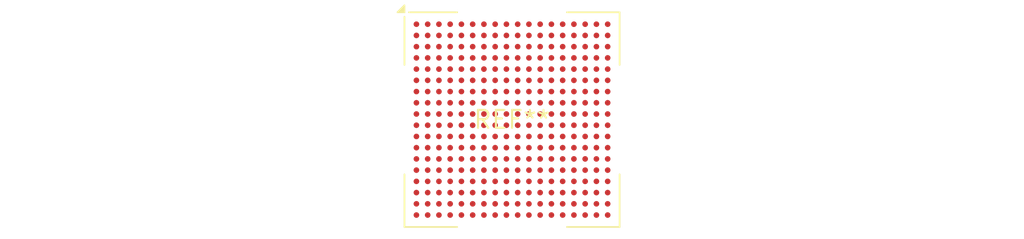
<source format=kicad_pcb>
(kicad_pcb (version 20240108) (generator pcbnew)
  (layers (0 "F.Cu" signal) (31 "B.Cu" signal) (34 "B.Paste" user) (35 "F.Paste" user) (36 "B.SilkS" user "B.Silkscreen") (37 "F.SilkS" user "F.Silkscreen") (38 "B.Mask" user) (39 "F.Mask" user) (44 "Edge.Cuts" user))
  (net 0 "")
  (footprint "BGA-324_15.0x15.0mm_Layout18x18_P0.8mm_Ball0.5mm_Pad0.4mm_NSMD" (layer "F.Cu") (at 0 0)
    (property "Reference" "REF**")
    (property "Value" "BGA-324_15.0x15.0mm_Layout18x18_P0.8mm_Ball0.5mm_Pad0.4mm_NSMD")
    (fp_line (start -7.65 -7.33) (end -7.65 -3.9) (layer "F.SilkS") (stroke (width 0.12)))
    (fp_line (start -7.65 7.65) (end -7.65 3.9) (layer "F.SilkS") (stroke (width 0.12)))
    (fp_line (start -7.33 -7.65) (end -3.9 -7.65) (layer "F.SilkS") (stroke (width 0.12)))
    (fp_line (start -3.9 7.65) (end -7.65 7.65) (layer "F.SilkS") (stroke (width 0.12)))
    (fp_line (start 3.9 -7.65) (end 7.65 -7.65) (layer "F.SilkS") (stroke (width 0.12)))
    (fp_line (start 3.9 7.65) (end 7.65 7.65) (layer "F.SilkS") (stroke (width 0.12)))
    (fp_line (start 7.65 -7.65) (end 7.65 -3.9) (layer "F.SilkS") (stroke (width 0.12)))
    (fp_line (start 7.65 7.65) (end 7.65 3.9) (layer "F.SilkS") (stroke (width 0.12)))
    (fp_poly (pts (xy -7.65 -7.65) (xy -8.15 -7.65) (xy -7.65 -8.15) (xy -7.65 -7.65)) (layer "F.SilkS") (stroke (width 0.12)) (fill solid))
    (pad "A1" smd circle (at -6.8 -6.8) (size 0.4 0.4) (property pad_prop_bga) (layers "F.Cu" "F.Paste" "F.Mask"))
    (pad "A2" smd circle (at -6 -6.8) (size 0.4 0.4) (property pad_prop_bga) (layers "F.Cu" "F.Paste" "F.Mask"))
    (pad "A3" smd circle (at -5.2 -6.8) (size 0.4 0.4) (property pad_prop_bga) (layers "F.Cu" "F.Paste" "F.Mask"))
    (pad "A4" smd circle (at -4.4 -6.8) (size 0.4 0.4) (property pad_prop_bga) (layers "F.Cu" "F.Paste" "F.Mask"))
    (pad "A5" smd circle (at -3.6 -6.8) (size 0.4 0.4) (property pad_prop_bga) (layers "F.Cu" "F.Paste" "F.Mask"))
    (pad "A6" smd circle (at -2.8 -6.8) (size 0.4 0.4) (property pad_prop_bga) (layers "F.Cu" "F.Paste" "F.Mask"))
    (pad "A7" smd circle (at -2 -6.8) (size 0.4 0.4) (property pad_prop_bga) (layers "F.Cu" "F.Paste" "F.Mask"))
    (pad "A8" smd circle (at -1.2 -6.8) (size 0.4 0.4) (property pad_prop_bga) (layers "F.Cu" "F.Paste" "F.Mask"))
    (pad "A9" smd circle (at -0.4 -6.8) (size 0.4 0.4) (property pad_prop_bga) (layers "F.Cu" "F.Paste" "F.Mask"))
    (pad "A10" smd circle (at 0.4 -6.8) (size 0.4 0.4) (property pad_prop_bga) (layers "F.Cu" "F.Paste" "F.Mask"))
    (pad "A11" smd circle (at 1.2 -6.8) (size 0.4 0.4) (property pad_prop_bga) (layers "F.Cu" "F.Paste" "F.Mask"))
    (pad "A12" smd circle (at 2 -6.8) (size 0.4 0.4) (property pad_prop_bga) (layers "F.Cu" "F.Paste" "F.Mask"))
    (pad "A13" smd circle (at 2.8 -6.8) (size 0.4 0.4) (property pad_prop_bga) (layers "F.Cu" "F.Paste" "F.Mask"))
    (pad "A14" smd circle (at 3.6 -6.8) (size 0.4 0.4) (property pad_prop_bga) (layers "F.Cu" "F.Paste" "F.Mask"))
    (pad "A15" smd circle (at 4.4 -6.8) (size 0.4 0.4) (property pad_prop_bga) (layers "F.Cu" "F.Paste" "F.Mask"))
    (pad "A16" smd circle (at 5.2 -6.8) (size 0.4 0.4) (property pad_prop_bga) (layers "F.Cu" "F.Paste" "F.Mask"))
    (pad "A17" smd circle (at 6 -6.8) (size 0.4 0.4) (property pad_prop_bga) (layers "F.Cu" "F.Paste" "F.Mask"))
    (pad "A18" smd circle (at 6.8 -6.8) (size 0.4 0.4) (property pad_prop_bga) (layers "F.Cu" "F.Paste" "F.Mask"))
    (pad "B1" smd circle (at -6.8 -6) (size 0.4 0.4) (property pad_prop_bga) (layers "F.Cu" "F.Paste" "F.Mask"))
    (pad "B2" smd circle (at -6 -6) (size 0.4 0.4) (property pad_prop_bga) (layers "F.Cu" "F.Paste" "F.Mask"))
    (pad "B3" smd circle (at -5.2 -6) (size 0.4 0.4) (property pad_prop_bga) (layers "F.Cu" "F.Paste" "F.Mask"))
    (pad "B4" smd circle (at -4.4 -6) (size 0.4 0.4) (property pad_prop_bga) (layers "F.Cu" "F.Paste" "F.Mask"))
    (pad "B5" smd circle (at -3.6 -6) (size 0.4 0.4) (property pad_prop_bga) (layers "F.Cu" "F.Paste" "F.Mask"))
    (pad "B6" smd circle (at -2.8 -6) (size 0.4 0.4) (property pad_prop_bga) (layers "F.Cu" "F.Paste" "F.Mask"))
    (pad "B7" smd circle (at -2 -6) (size 0.4 0.4) (property pad_prop_bga) (layers "F.Cu" "F.Paste" "F.Mask"))
    (pad "B8" smd circle (at -1.2 -6) (size 0.4 0.4) (property pad_prop_bga) (layers "F.Cu" "F.Paste" "F.Mask"))
    (pad "B9" smd circle (at -0.4 -6) (size 0.4 0.4) (property pad_prop_bga) (layers "F.Cu" "F.Paste" "F.Mask"))
    (pad "B10" smd circle (at 0.4 -6) (size 0.4 0.4) (property pad_prop_bga) (layers "F.Cu" "F.Paste" "F.Mask"))
    (pad "B11" smd circle (at 1.2 -6) (size 0.4 0.4) (property pad_prop_bga) (layers "F.Cu" "F.Paste" "F.Mask"))
    (pad "B12" smd circle (at 2 -6) (size 0.4 0.4) (property pad_prop_bga) (layers "F.Cu" "F.Paste" "F.Mask"))
    (pad "B13" smd circle (at 2.8 -6) (size 0.4 0.4) (property pad_prop_bga) (layers "F.Cu" "F.Paste" "F.Mask"))
    (pad "B14" smd circle (at 3.6 -6) (size 0.4 0.4) (property pad_prop_bga) (layers "F.Cu" "F.Paste" "F.Mask"))
    (pad "B15" smd circle (at 4.4 -6) (size 0.4 0.4) (property pad_prop_bga) (layers "F.Cu" "F.Paste" "F.Mask"))
    (pad "B16" smd circle (at 5.2 -6) (size 0.4 0.4) (property pad_prop_bga) (layers "F.Cu" "F.Paste" "F.Mask"))
    (pad "B17" smd circle (at 6 -6) (size 0.4 0.4) (property pad_prop_bga) (layers "F.Cu" "F.Paste" "F.Mask"))
    (pad "B18" smd circle (at 6.8 -6) (size 0.4 0.4) (property pad_prop_bga) (layers "F.Cu" "F.Paste" "F.Mask"))
    (pad "C1" smd circle (at -6.8 -5.2) (size 0.4 0.4) (property pad_prop_bga) (layers "F.Cu" "F.Paste" "F.Mask"))
    (pad "C2" smd circle (at -6 -5.2) (size 0.4 0.4) (property pad_prop_bga) (layers "F.Cu" "F.Paste" "F.Mask"))
    (pad "C3" smd circle (at -5.2 -5.2) (size 0.4 0.4) (property pad_prop_bga) (layers "F.Cu" "F.Paste" "F.Mask"))
    (pad "C4" smd circle (at -4.4 -5.2) (size 0.4 0.4) (property pad_prop_bga) (layers "F.Cu" "F.Paste" "F.Mask"))
    (pad "C5" smd circle (at -3.6 -5.2) (size 0.4 0.4) (property pad_prop_bga) (layers "F.Cu" "F.Paste" "F.Mask"))
    (pad "C6" smd circle (at -2.8 -5.2) (size 0.4 0.4) (property pad_prop_bga) (layers "F.Cu" "F.Paste" "F.Mask"))
    (pad "C7" smd circle (at -2 -5.2) (size 0.4 0.4) (property pad_prop_bga) (layers "F.Cu" "F.Paste" "F.Mask"))
    (pad "C8" smd circle (at -1.2 -5.2) (size 0.4 0.4) (property pad_prop_bga) (layers "F.Cu" "F.Paste" "F.Mask"))
    (pad "C9" smd circle (at -0.4 -5.2) (size 0.4 0.4) (property pad_prop_bga) (layers "F.Cu" "F.Paste" "F.Mask"))
    (pad "C10" smd circle (at 0.4 -5.2) (size 0.4 0.4) (property pad_prop_bga) (layers "F.Cu" "F.Paste" "F.Mask"))
    (pad "C11" smd circle (at 1.2 -5.2) (size 0.4 0.4) (property pad_prop_bga) (layers "F.Cu" "F.Paste" "F.Mask"))
    (pad "C12" smd circle (at 2 -5.2) (size 0.4 0.4) (property pad_prop_bga) (layers "F.Cu" "F.Paste" "F.Mask"))
    (pad "C13" smd circle (at 2.8 -5.2) (size 0.4 0.4) (property pad_prop_bga) (layers "F.Cu" "F.Paste" "F.Mask"))
    (pad "C14" smd circle (at 3.6 -5.2) (size 0.4 0.4) (property pad_prop_bga) (layers "F.Cu" "F.Paste" "F.Mask"))
    (pad "C15" smd circle (at 4.4 -5.2) (size 0.4 0.4) (property pad_prop_bga) (layers "F.Cu" "F.Paste" "F.Mask"))
    (pad "C16" smd circle (at 5.2 -5.2) (size 0.4 0.4) (property pad_prop_bga) (layers "F.Cu" "F.Paste" "F.Mask"))
    (pad "C17" smd circle (at 6 -5.2) (size 0.4 0.4) (property pad_prop_bga) (layers "F.Cu" "F.Paste" "F.Mask"))
    (pad "C18" smd circle (at 6.8 -5.2) (size 0.4 0.4) (property pad_prop_bga) (layers "F.Cu" "F.Paste" "F.Mask"))
    (pad "D1" smd circle (at -6.8 -4.4) (size 0.4 0.4) (property pad_prop_bga) (layers "F.Cu" "F.Paste" "F.Mask"))
    (pad "D2" smd circle (at -6 -4.4) (size 0.4 0.4) (property pad_prop_bga) (layers "F.Cu" "F.Paste" "F.Mask"))
    (pad "D3" smd circle (at -5.2 -4.4) (size 0.4 0.4) (property pad_prop_bga) (layers "F.Cu" "F.Paste" "F.Mask"))
    (pad "D4" smd circle (at -4.4 -4.4) (size 0.4 0.4) (property pad_prop_bga) (layers "F.Cu" "F.Paste" "F.Mask"))
    (pad "D5" smd circle (at -3.6 -4.4) (size 0.4 0.4) (property pad_prop_bga) (layers "F.Cu" "F.Paste" "F.Mask"))
    (pad "D6" smd circle (at -2.8 -4.4) (size 0.4 0.4) (property pad_prop_bga) (layers "F.Cu" "F.Paste" "F.Mask"))
    (pad "D7" smd circle (at -2 -4.4) (size 0.4 0.4) (property pad_prop_bga) (layers "F.Cu" "F.Paste" "F.Mask"))
    (pad "D8" smd circle (at -1.2 -4.4) (size 0.4 0.4) (property pad_prop_bga) (layers "F.Cu" "F.Paste" "F.Mask"))
    (pad "D9" smd circle (at -0.4 -4.4) (size 0.4 0.4) (property pad_prop_bga) (layers "F.Cu" "F.Paste" "F.Mask"))
    (pad "D10" smd circle (at 0.4 -4.4) (size 0.4 0.4) (property pad_prop_bga) (layers "F.Cu" "F.Paste" "F.Mask"))
    (pad "D11" smd circle (at 1.2 -4.4) (size 0.4 0.4) (property pad_prop_bga) (layers "F.Cu" "F.Paste" "F.Mask"))
    (pad "D12" smd circle (at 2 -4.4) (size 0.4 0.4) (property pad_prop_bga) (layers "F.Cu" "F.Paste" "F.Mask"))
    (pad "D13" smd circle (at 2.8 -4.4) (size 0.4 0.4) (property pad_prop_bga) (layers "F.Cu" "F.Paste" "F.Mask"))
    (pad "D14" smd circle (at 3.6 -4.4) (size 0.4 0.4) (property pad_prop_bga) (layers "F.Cu" "F.Paste" "F.Mask"))
    (pad "D15" smd circle (at 4.4 -4.4) (size 0.4 0.4) (property pad_prop_bga) (layers "F.Cu" "F.Paste" "F.Mask"))
    (pad "D16" smd circle (at 5.2 -4.4) (size 0.4 0.4) (property pad_prop_bga) (layers "F.Cu" "F.Paste" "F.Mask"))
    (pad "D17" smd circle (at 6 -4.4) (size 0.4 0.4) (property pad_prop_bga) (layers "F.Cu" "F.Paste" "F.Mask"))
    (pad "D18" smd circle (at 6.8 -4.4) (size 0.4 0.4) (property pad_prop_bga) (layers "F.Cu" "F.Paste" "F.Mask"))
    (pad "E1" smd circle (at -6.8 -3.6) (size 0.4 0.4) (property pad_prop_bga) (layers "F.Cu" "F.Paste" "F.Mask"))
    (pad "E2" smd circle (at -6 -3.6) (size 0.4 0.4) (property pad_prop_bga) (layers "F.Cu" "F.Paste" "F.Mask"))
    (pad "E3" smd circle (at -5.2 -3.6) (size 0.4 0.4) (property pad_prop_bga) (layers "F.Cu" "F.Paste" "F.Mask"))
    (pad "E4" smd circle (at -4.4 -3.6) (size 0.4 0.4) (property pad_prop_bga) (layers "F.Cu" "F.Paste" "F.Mask"))
    (pad "E5" smd circle (at -3.6 -3.6) (size 0.4 0.4) (property pad_prop_bga) (layers "F.Cu" "F.Paste" "F.Mask"))
    (pad "E6" smd circle (at -2.8 -3.6) (size 0.4 0.4) (property pad_prop_bga) (layers "F.Cu" "F.Paste" "F.Mask"))
    (pad "E7" smd circle (at -2 -3.6) (size 0.4 0.4) (property pad_prop_bga) (layers "F.Cu" "F.Paste" "F.Mask"))
    (pad "E8" smd circle (at -1.2 -3.6) (size 0.4 0.4) (property pad_prop_bga) (layers "F.Cu" "F.Paste" "F.Mask"))
    (pad "E9" smd circle (at -0.4 -3.6) (size 0.4 0.4) (property pad_prop_bga) (layers "F.Cu" "F.Paste" "F.Mask"))
    (pad "E10" smd circle (at 0.4 -3.6) (size 0.4 0.4) (property pad_prop_bga) (layers "F.Cu" "F.Paste" "F.Mask"))
    (pad "E11" smd circle (at 1.2 -3.6) (size 0.4 0.4) (property pad_prop_bga) (layers "F.Cu" "F.Paste" "F.Mask"))
    (pad "E12" smd circle (at 2 -3.6) (size 0.4 0.4) (property pad_prop_bga) (layers "F.Cu" "F.Paste" "F.Mask"))
    (pad "E13" smd circle (at 2.8 -3.6) (size 0.4 0.4) (property pad_prop_bga) (layers "F.Cu" "F.Paste" "F.Mask"))
    (pad "E14" smd circle (at 3.6 -3.6) (size 0.4 0.4) (property pad_prop_bga) (layers "F.Cu" "F.Paste" "F.Mask"))
    (pad "E15" smd circle (at 4.4 -3.6) (size 0.4 0.4) (property pad_prop_bga) (layers "F.Cu" "F.Paste" "F.Mask"))
    (pad "E16" smd circle (at 5.2 -3.6) (size 0.4 0.4) (property pad_prop_bga) (layers "F.Cu" "F.Paste" "F.Mask"))
    (pad "E17" smd circle (at 6 -3.6) (size 0.4 0.4) (property pad_prop_bga) (layers "F.Cu" "F.Paste" "F.Mask"))
    (pad "E18" smd circle (at 6.8 -3.6) (size 0.4 0.4) (property pad_prop_bga) (layers "F.Cu" "F.Paste" "F.Mask"))
    (pad "F1" smd circle (at -6.8 -2.8) (size 0.4 0.4) (property pad_prop_bga) (layers "F.Cu" "F.Paste" "F.Mask"))
    (pad "F2" smd circle (at -6 -2.8) (size 0.4 0.4) (property pad_prop_bga) (layers "F.Cu" "F.Paste" "F.Mask"))
    (pad "F3" smd circle (at -5.2 -2.8) (size 0.4 0.4) (property pad_prop_bga) (layers "F.Cu" "F.Paste" "F.Mask"))
    (pad "F4" smd circle (at -4.4 -2.8) (size 0.4 0.4) (property pad_prop_bga) (layers "F.Cu" "F.Paste" "F.Mask"))
    (pad "F5" smd circle (at -3.6 -2.8) (size 0.4 0.4) (property pad_prop_bga) (layers "F.Cu" "F.Paste" "F.Mask"))
    (pad "F6" smd circle (at -2.8 -2.8) (size 0.4 0.4) (property pad_prop_bga) (layers "F.Cu" "F.Paste" "F.Mask"))
    (pad "F7" smd circle (at -2 -2.8) (size 0.4 0.4) (property pad_prop_bga) (layers "F.Cu" "F.Paste" "F.Mask"))
    (pad "F8" smd circle (at -1.2 -2.8) (size 0.4 0.4) (property pad_prop_bga) (layers "F.Cu" "F.Paste" "F.Mask"))
    (pad "F9" smd circle (at -0.4 -2.8) (size 0.4 0.4) (property pad_prop_bga) (layers "F.Cu" "F.Paste" "F.Mask"))
    (pad "F10" smd circle (at 0.4 -2.8) (size 0.4 0.4) (property pad_prop_bga) (layers "F.Cu" "F.Paste" "F.Mask"))
    (pad "F11" smd circle (at 1.2 -2.8) (size 0.4 0.4) (property pad_prop_bga) (layers "F.Cu" "F.Paste" "F.Mask"))
    (pad "F12" smd circle (at 2 -2.8) (size 0.4 0.4) (property pad_prop_bga) (layers "F.Cu" "F.Paste" "F.Mask"))
    (pad "F13" smd circle (at 2.8 -2.8) (size 0.4 0.4) (property pad_prop_bga) (layers "F.Cu" "F.Paste" "F.Mask"))
    (pad "F14" smd circle (at 3.6 -2.8) (size 0.4 0.4) (property pad_prop_bga) (layers "F.Cu" "F.Paste" "F.Mask"))
    (pad "F15" smd circle (at 4.4 -2.8) (size 0.4 0.4) (property pad_prop_bga) (layers "F.Cu" "F.Paste" "F.Mask"))
    (pad "F16" smd circle (at 5.2 -2.8) (size 0.4 0.4) (property pad_prop_bga) (layers "F.Cu" "F.Paste" "F.Mask"))
    (pad "F17" smd circle (at 6 -2.8) (size 0.4 0.4) (property pad_prop_bga) (layers "F.Cu" "F.Paste" "F.Mask"))
    (pad "F18" smd circle (at 6.8 -2.8) (size 0.4 0.4) (property pad_prop_bga) (layers "F.Cu" "F.Paste" "F.Mask"))
    (pad "G1" smd circle (at -6.8 -2) (size 0.4 0.4) (property pad_prop_bga) (layers "F.Cu" "F.Paste" "F.Mask"))
    (pad "G2" smd circle (at -6 -2) (size 0.4 0.4) (property pad_prop_bga) (layers "F.Cu" "F.Paste" "F.Mask"))
    (pad "G3" smd circle (at -5.2 -2) (size 0.4 0.4) (property pad_prop_bga) (layers "F.Cu" "F.Paste" "F.Mask"))
    (pad "G4" smd circle (at -4.4 -2) (size 0.4 0.4) (property pad_prop_bga) (layers "F.Cu" "F.Paste" "F.Mask"))
    (pad "G5" smd circle (at -3.6 -2) (size 0.4 0.4) (property pad_prop_bga) (layers "F.Cu" "F.Paste" "F.Mask"))
    (pad "G6" smd circle (at -2.8 -2) (size 0.4 0.4) (property pad_prop_bga) (layers "F.Cu" "F.Paste" "F.Mask"))
    (pad "G7" smd circle (at -2 -2) (size 0.4 0.4) (property pad_prop_bga) (layers "F.Cu" "F.Paste" "F.Mask"))
    (pad "G8" smd circle (at -1.2 -2) (size 0.4 0.4) (property pad_prop_bga) (layers "F.Cu" "F.Paste" "F.Mask"))
    (pad "G9" smd circle (at -0.4 -2) (size 0.4 0.4) (property pad_prop_bga) (layers "F.Cu" "F.Paste" "F.Mask"))
    (pad "G10" smd circle (at 0.4 -2) (size 0.4 0.4) (property pad_prop_bga) (layers "F.Cu" "F.Paste" "F.Mask"))
    (pad "G11" smd circle (at 1.2 -2) (size 0.4 0.4) (property pad_prop_bga) (layers "F.Cu" "F.Paste" "F.Mask"))
    (pad "G12" smd circle (at 2 -2) (size 0.4 0.4) (property pad_prop_bga) (layers "F.Cu" "F.Paste" "F.Mask"))
    (pad "G13" smd circle (at 2.8 -2) (size 0.4 0.4) (property pad_prop_bga) (layers "F.Cu" "F.Paste" "F.Mask"))
    (pad "G14" smd circle (at 3.6 -2) (size 0.4 0.4) (property pad_prop_bga) (layers "F.Cu" "F.Paste" "F.Mask"))
    (pad "G15" smd circle (at 4.4 -2) (size 0.4 0.4) (property pad_prop_bga) (layers "F.Cu" "F.Paste" "F.Mask"))
    (pad "G16" smd circle (at 5.2 -2) (size 0.4 0.4) (property pad_prop_bga) (layers "F.Cu" "F.Paste" "F.Mask"))
    (pad "G17" smd circle (at 6 -2) (size 0.4 0.4) (property pad_prop_bga) (layers "F.Cu" "F.Paste" "F.Mask"))
    (pad "G18" smd circle (at 6.8 -2) (size 0.4 0.4) (property pad_prop_bga) (layers "F.Cu" "F.Paste" "F.Mask"))
    (pad "H1" smd circle (at -6.8 -1.2) (size 0.4 0.4) (property pad_prop_bga) (layers "F.Cu" "F.Paste" "F.Mask"))
    (pad "H2" smd circle (at -6 -1.2) (size 0.4 0.4) (property pad_prop_bga) (layers "F.Cu" "F.Paste" "F.Mask"))
    (pad "H3" smd circle (at -5.2 -1.2) (size 0.4 0.4) (property pad_prop_bga) (layers "F.Cu" "F.Paste" "F.Mask"))
    (pad "H4" smd circle (at -4.4 -1.2) (size 0.4 0.4) (property pad_prop_bga) (layers "F.Cu" "F.Paste" "F.Mask"))
    (pad "H5" smd circle (at -3.6 -1.2) (size 0.4 0.4) (property pad_prop_bga) (layers "F.Cu" "F.Paste" "F.Mask"))
    (pad "H6" smd circle (at -2.8 -1.2) (size 0.4 0.4) (property pad_prop_bga) (layers "F.Cu" "F.Paste" "F.Mask"))
    (pad "H7" smd circle (at -2 -1.2) (size 0.4 0.4) (property pad_prop_bga) (layers "F.Cu" "F.Paste" "F.Mask"))
    (pad "H8" smd circle (at -1.2 -1.2) (size 0.4 0.4) (property pad_prop_bga) (layers "F.Cu" "F.Paste" "F.Mask"))
    (pad "H9" smd circle (at -0.4 -1.2) (size 0.4 0.4) (property pad_prop_bga) (layers "F.Cu" "F.Paste" "F.Mask"))
    (pad "H10" smd circle (at 0.4 -1.2) (size 0.4 0.4) (property pad_prop_bga) (layers "F.Cu" "F.Paste" "F.Mask"))
    (pad "H11" smd circle (at 1.2 -1.2) (size 0.4 0.4) (property pad_prop_bga) (layers "F.Cu" "F.Paste" "F.Mask"))
    (pad "H12" smd circle (at 2 -1.2) (size 0.4 0.4) (property pad_prop_bga) (layers "F.Cu" "F.Paste" "F.Mask"))
    (pad "H13" smd circle (at 2.8 -1.2) (size 0.4 0.4) (property pad_prop_bga) (layers "F.Cu" "F.Paste" "F.Mask"))
    (pad "H14" smd circle (at 3.6 -1.2) (size 0.4 0.4) (property pad_prop_bga) (layers "F.Cu" "F.Paste" "F.Mask"))
    (pad "H15" smd circle (at 4.4 -1.2) (size 0.4 0.4) (property pad_prop_bga) (layers "F.Cu" "F.Paste" "F.Mask"))
    (pad "H16" smd circle (at 5.2 -1.2) (size 0.4 0.4) (property pad_prop_bga) (layers "F.Cu" "F.Paste" "F.Mask"))
    (pad "H17" smd circle (at 6 -1.2) (size 0.4 0.4) (property pad_prop_bga) (layers "F.Cu" "F.Paste" "F.Mask"))
    (pad "H18" smd circle (at 6.8 -1.2) (size 0.4 0.4) (property pad_prop_bga) (layers "F.Cu" "F.Paste" "F.Mask"))
    (pad "J1" smd circle (at -6.8 -0.4) (size 0.4 0.4) (property pad_prop_bga) (layers "F.Cu" "F.Paste" "F.Mask"))
    (pad "J2" smd circle (at -6 -0.4) (size 0.4 0.4) (property pad_prop_bga) (layers "F.Cu" "F.Paste" "F.Mask"))
    (pad "J3" smd circle (at -5.2 -0.4) (size 0.4 0.4) (property pad_prop_bga) (layers "F.Cu" "F.Paste" "F.Mask"))
    (pad "J4" smd circle (at -4.4 -0.4) (size 0.4 0.4) (property pad_prop_bga) (layers "F.Cu" "F.Paste" "F.Mask"))
    (pad "J5" smd circle (at -3.6 -0.4) (size 0.4 0.4) (property pad_prop_bga) (layers "F.Cu" "F.Paste" "F.Mask"))
    (pad "J6" smd circle (at -2.8 -0.4) (size 0.4 0.4) (property pad_prop_bga) (layers "F.Cu" "F.Paste" "F.Mask"))
    (pad "J7" smd circle (at -2 -0.4) (size 0.4 0.4) (property pad_prop_bga) (layers "F.Cu" "F.Paste" "F.Mask"))
    (pad "J8" smd circle (at -1.2 -0.4) (size 0.4 0.4) (property pad_prop_bga) (layers "F.Cu" "F.Paste" "F.Mask"))
    (pad "J9" smd circle (at -0.4 -0.4) (size 0.4 0.4) (property pad_prop_bga) (layers "F.Cu" "F.Paste" "F.Mask"))
    (pad "J10" smd circle (at 0.4 -0.4) (size 0.4 0.4) (property pad_prop_bga) (layers "F.Cu" "F.Paste" "F.Mask"))
    (pad "J11" smd circle (at 1.2 -0.4) (size 0.4 0.4) (property pad_prop_bga) (layers "F.Cu" "F.Paste" "F.Mask"))
    (pad "J12" smd circle (at 2 -0.4) (size 0.4 0.4) (property pad_prop_bga) (layers "F.Cu" "F.Paste" "F.Mask"))
    (pad "J13" smd circle (at 2.8 -0.4) (size 0.4 0.4) (property pad_prop_bga) (layers "F.Cu" "F.Paste" "F.Mask"))
    (pad "J14" smd circle (at 3.6 -0.4) (size 0.4 0.4) (property pad_prop_bga) (layers "F.Cu" "F.Paste" "F.Mask"))
    (pad "J15" smd circle (at 4.4 -0.4) (size 0.4 0.4) (property pad_prop_bga) (layers "F.Cu" "F.Paste" "F.Mask"))
    (pad "J16" smd circle (at 5.2 -0.4) (size 0.4 0.4) (property pad_prop_bga) (layers "F.Cu" "F.Paste" "F.Mask"))
    (pad "J17" smd circle (at 6 -0.4) (size 0.4 0.4) (property pad_prop_bga) (layers "F.Cu" "F.Paste" "F.Mask"))
    (pad "J18" smd circle (at 6.8 -0.4) (size 0.4 0.4) (property pad_prop_bga) (layers "F.Cu" "F.Paste" "F.Mask"))
    (pad "K1" smd circle (at -6.8 0.4) (size 0.4 0.4) (property pad_prop_bga) (layers "F.Cu" "F.Paste" "F.Mask"))
    (pad "K2" smd circle (at -6 0.4) (size 0.4 0.4) (property pad_prop_bga) (layers "F.Cu" "F.Paste" "F.Mask"))
    (pad "K3" smd circle (at -5.2 0.4) (size 0.4 0.4) (property pad_prop_bga) (layers "F.Cu" "F.Paste" "F.Mask"))
    (pad "K4" smd circle (at -4.4 0.4) (size 0.4 0.4) (property pad_prop_bga) (layers "F.Cu" "F.Paste" "F.Mask"))
    (pad "K5" smd circle (at -3.6 0.4) (size 0.4 0.4) (property pad_prop_bga) (layers "F.Cu" "F.Paste" "F.Mask"))
    (pad "K6" smd circle (at -2.8 0.4) (size 0.4 0.4) (property pad_prop_bga) (layers "F.Cu" "F.Paste" "F.Mask"))
    (pad "K7" smd circle (at -2 0.4) (size 0.4 0.4) (property pad_prop_bga) (layers "F.Cu" "F.Paste" "F.Mask"))
    (pad "K8" smd circle (at -1.2 0.4) (size 0.4 0.4) (property pad_prop_bga) (layers "F.Cu" "F.Paste" "F.Mask"))
    (pad "K9" smd circle (at -0.4 0.4) (size 0.4 0.4) (property pad_prop_bga) (layers "F.Cu" "F.Paste" "F.Mask"))
    (pad "K10" smd circle (at 0.4 0.4) (size 0.4 0.4) (property pad_prop_bga) (layers "F.Cu" "F.Paste" "F.Mask"))
    (pad "K11" smd circle (at 1.2 0.4) (size 0.4 0.4) (property pad_prop_bga) (layers "F.Cu" "F.Paste" "F.Mask"))
    (pad "K12" smd circle (at 2 0.4) (size 0.4 0.4) (property pad_prop_bga) (layers "F.Cu" "F.Paste" "F.Mask"))
    (pad "K13" smd circle (at 2.8 0.4) (size 0.4 0.4) (property pad_prop_bga) (layers "F.Cu" "F.Paste" "F.Mask"))
    (pad "K14" smd circle (at 3.6 0.4) (size 0.4 0.4) (property pad_prop_bga) (layers "F.Cu" "F.Paste" "F.Mask"))
    (pad "K15" smd circle (at 4.4 0.4) (size 0.4 0.4) (property pad_prop_bga) (layers "F.Cu" "F.Paste" "F.Mask"))
    (pad "K16" smd circle (at 5.2 0.4) (size 0.4 0.4) (property pad_prop_bga) (layers "F.Cu" "F.Paste" "F.Mask"))
    (pad "K17" smd circle (at 6 0.4) (size 0.4 0.4) (property pad_prop_bga) (layers "F.Cu" "F.Paste" "F.Mask"))
    (pad "K18" smd circle (at 6.8 0.4) (size 0.4 0.4) (property pad_prop_bga) (layers "F.Cu" "F.Paste" "F.Mask"))
    (pad "L1" smd circle (at -6.8 1.2) (size 0.4 0.4) (property pad_prop_bga) (layers "F.Cu" "F.Paste" "F.Mask"))
    (pad "L2" smd circle (at -6 1.2) (size 0.4 0.4) (property pad_prop_bga) (layers "F.Cu" "F.Paste" "F.Mask"))
    (pad "L3" smd circle (at -5.2 1.2) (size 0.4 0.4) (property pad_prop_bga) (layers "F.Cu" "F.Paste" "F.Mask"))
    (pad "L4" smd circle (at -4.4 1.2) (size 0.4 0.4) (property pad_prop_bga) (layers "F.Cu" "F.Paste" "F.Mask"))
    (pad "L5" smd circle (at -3.6 1.2) (size 0.4 0.4) (property pad_prop_bga) (layers "F.Cu" "F.Paste" "F.Mask"))
    (pad "L6" smd circle (at -2.8 1.2) (size 0.4 0.4) (property pad_prop_bga) (layers "F.Cu" "F.Paste" "F.Mask"))
    (pad "L7" smd circle (at -2 1.2) (size 0.4 0.4) (property pad_prop_bga) (layers "F.Cu" "F.Paste" "F.Mask"))
    (pad "L8" smd circle (at -1.2 1.2) (size 0.4 0.4) (property pad_prop_bga) (layers "F.Cu" "F.Paste" "F.Mask"))
    (pad "L9" smd circle (at -0.4 1.2) (size 0.4 0.4) (property pad_prop_bga) (layers "F.Cu" "F.Paste" "F.Mask"))
    (pad "L10" smd circle (at 0.4 1.2) (size 0.4 0.4) (property pad_prop_bga) (layers "F.Cu" "F.Paste" "F.Mask"))
    (pad "L11" smd circle (at 1.2 1.2) (size 0.4 0.4) (property pad_prop_bga) (layers "F.Cu" "F.Paste" "F.Mask"))
    (pad "L12" smd circle (at 2 1.2) (size 0.4 0.4) (property pad_prop_bga) (layers "F.Cu" "F.Paste" "F.Mask"))
    (pad "L13" smd circle (at 2.8 1.2) (size 0.4 0.4) (property pad_prop_bga) (layers "F.Cu" "F.Paste" "F.Mask"))
    (pad "L14" smd circle (at 3.6 1.2) (size 0.4 0.4) (property pad_prop_bga) (layers "F.Cu" "F.Paste" "F.Mask"))
    (pad "L15" smd circle (at 4.4 1.2) (size 0.4 0.4) (property pad_prop_bga) (layers "F.Cu" "F.Paste" "F.Mask"))
    (pad "L16" smd circle (at 5.2 1.2) (size 0.4 0.4) (property pad_prop_bga) (layers "F.Cu" "F.Paste" "F.Mask"))
    (pad "L17" smd circle (at 6 1.2) (size 0.4 0.4) (property pad_prop_bga) (layers "F.Cu" "F.Paste" "F.Mask"))
    (pad "L18" smd circle (at 6.8 1.2) (size 0.4 0.4) (property pad_prop_bga) (layers "F.Cu" "F.Paste" "F.Mask"))
    (pad "M1" smd circle (at -6.8 2) (size 0.4 0.4) (property pad_prop_bga) (layers "F.Cu" "F.Paste" "F.Mask"))
    (pad "M2" smd circle (at -6 2) (size 0.4 0.4) (property pad_prop_bga) (layers "F.Cu" "F.Paste" "F.Mask"))
    (pad "M3" smd circle (at -5.2 2) (size 0.4 0.4) (property pad_prop_bga) (layers "F.Cu" "F.Paste" "F.Mask"))
    (pad "M4" smd circle (at -4.4 2) (size 0.4 0.4) (property pad_prop_bga) (layers "F.Cu" "F.Paste" "F.Mask"))
    (pad "M5" smd circle (at -3.6 2) (size 0.4 0.4) (property pad_prop_bga) (layers "F.Cu" "F.Paste" "F.Mask"))
    (pad "M6" smd circle (at -2.8 2) (size 0.4 0.4) (property pad_prop_bga) (layers "F.Cu" "F.Paste" "F.Mask"))
    (pad "M7" smd circle (at -2 2) (size 0.4 0.4) (property pad_prop_bga) (layers "F.Cu" "F.Paste" "F.Mask"))
    (pad "M8" smd circle (at -1.2 2) (size 0.4 0.4) (property pad_prop_bga) (layers "F.Cu" "F.Paste" "F.Mask"))
    (pad "M9" smd circle (at -0.4 2) (size 0.4 0.4) (property pad_prop_bga) (layers "F.Cu" "F.Paste" "F.Mask"))
    (pad "M10" smd circle (at 0.4 2) (size 0.4 0.4) (property pad_prop_bga) (layers "F.Cu" "F.Paste" "F.Mask"))
    (pad "M11" smd circle (at 1.2 2) (size 0.4 0.4) (property pad_prop_bga) (layers "F.Cu" "F.Paste" "F.Mask"))
    (pad "M12" smd circle (at 2 2) (size 0.4 0.4) (property pad_prop_bga) (layers "F.Cu" "F.Paste" "F.Mask"))
    (pad "M13" smd circle (at 2.8 2) (size 0.4 0.4) (property pad_prop_bga) (layers "F.Cu" "F.Paste" "F.Mask"))
    (pad "M14" smd circle (at 3.6 2) (size 0.4 0.4) (property pad_prop_bga) (layers "F.Cu" "F.Paste" "F.Mask"))
    (pad "M15" smd circle (at 4.4 2) (size 0.4 0.4) (property pad_prop_bga) (layers "F.Cu" "F.Paste" "F.Mask"))
    (pad "M16" smd circle (at 5.2 2) (size 0.4 0.4) (property pad_prop_bga) (layers "F.Cu" "F.Paste" "F.Mask"))
    (pad "M17" smd circle (at 6 2) (size 0.4 0.4) (property pad_prop_bga) (layers "F.Cu" "F.Paste" "F.Mask"))
    (pad "M18" smd circle (at 6.8 2) (size 0.4 0.4) (property pad_prop_bga) (layers "F.Cu" "F.Paste" "F.Mask"))
    (pad "N1" smd circle (at -6.8 2.8) (size 0.4 0.4) (property pad_prop_bga) (layers "F.Cu" "F.Paste" "F.Mask"))
    (pad "N2" smd circle (at -6 2.8) (size 0.4 0.4) (property pad_prop_bga) (layers "F.Cu" "F.Paste" "F.Mask"))
    (pad "N3" smd circle (at -5.2 2.8) (size 0.4 0.4) (property pad_prop_bga) (layers "F.Cu" "F.Paste" "F.Mask"))
    (pad "N4" smd circle (at -4.4 2.8) (size 0.4 0.4) (property pad_prop_bga) (layers "F.Cu" "F.Paste" "F.Mask"))
    (pad "N5" smd circle (at -3.6 2.8) (size 0.4 0.4) (property pad_prop_bga) (layers "F.Cu" "F.Paste" "F.Mask"))
    (pad "N6" smd circle (at -2.8 2.8) (size 0.4 0.4) (property pad_prop_bga) (layers "F.Cu" "F.Paste" "F.Mask"))
    (pad "N7" smd circle (at -2 2.8) (size 0.4 0.4) (property pad_prop_bga) (layers "F.Cu" "F.Paste" "F.Mask"))
    (pad "N8" smd circle (at -1.2 2.8) (size 0.4 0.4) (property pad_prop_bga) (layers "F.Cu" "F.Paste" "F.Mask"))
    (pad "N9" smd circle (at -0.4 2.8) (size 0.4 0.4) (property pad_prop_bga) (layers "F.Cu" "F.Paste" "F.Mask"))
    (pad "N10" smd circle (at 0.4 2.8) (size 0.4 0.4) (property pad_prop_bga) (layers "F.Cu" "F.Paste" "F.Mask"))
    (pad "N11" smd circle (at 1.2 2.8) (size 0.4 0.4) (property pad_prop_bga) (layers "F.Cu" "F.Paste" "F.Mask"))
    (pad "N12" smd circle (at 2 2.8) (size 0.4 0.4) (property pad_prop_bga) (layers "F.Cu" "F.Paste" "F.Mask"))
    (pad "N13" smd circle (at 2.8 2.8) (size 0.4 0.4) (property pad_prop_bga) (layers "F.Cu" "F.Paste" "F.Mask"))
    (pad "N14" smd circle (at 3.6 2.8) (size 0.4 0.4) (property pad_prop_bga) (layers "F.Cu" "F.Paste" "F.Mask"))
    (pad "N15" smd circle (at 4.4 2.8) (size 0.4 0.4) (property pad_prop_bga) (layers "F.Cu" "F.Paste" "F.Mask"))
    (pad "N16" smd circle (at 5.2 2.8) (size 0.4 0.4) (property pad_prop_bga) (layers "F.Cu" "F.Paste" "F.Mask"))
    (pad "N17" smd circle (at 6 2.8) (size 0.4 0.4) (property pad_prop_bga) (layers "F.Cu" "F.Paste" "F.Mask"))
    (pad "N18" smd circle (at 6.8 2.8) (size 0.4 0.4) (property pad_prop_bga) (layers "F.Cu" "F.Paste" "F.Mask"))
    (pad "P1" smd circle (at -6.8 3.6) (size 0.4 0.4) (property pad_prop_bga) (layers "F.Cu" "F.Paste" "F.Mask"))
    (pad "P2" smd circle (at -6 3.6) (size 0.4 0.4) (property pad_prop_bga) (layers "F.Cu" "F.Paste" "F.Mask"))
    (pad "P3" smd circle (at -5.2 3.6) (size 0.4 0.4) (property pad_prop_bga) (layers "F.Cu" "F.Paste" "F.Mask"))
    (pad "P4" smd circle (at -4.4 3.6) (size 0.4 0.4) (property pad_prop_bga) (layers "F.Cu" "F.Paste" "F.Mask"))
    (pad "P5" smd circle (at -3.6 3.6) (size 0.4 0.4) (property pad_prop_bga) (layers "F.Cu" "F.Paste" "F.Mask"))
    (pad "P6" smd circle (at -2.8 3.6) (size 0.4 0.4) (property pad_prop_bga) (layers "F.Cu" "F.Paste" "F.Mask"))
    (pad "P7" smd circle (at -2 3.6) (size 0.4 0.4) (property pad_prop_bga) (layers "F.Cu" "F.Paste" "F.Mask"))
    (pad "P8" smd circle (at -1.2 3.6) (size 0.4 0.4) (property pad_prop_bga) (layers "F.Cu" "F.Paste" "F.Mask"))
    (pad "P9" smd circle (at -0.4 3.6) (size 0.4 0.4) (property pad_prop_bga) (layers "F.Cu" "F.Paste" "F.Mask"))
    (pad "P10" smd circle (at 0.4 3.6) (size 0.4 0.4) (property pad_prop_bga) (layers "F.Cu" "F.Paste" "F.Mask"))
    (pad "P11" smd circle (at 1.2 3.6) (size 0.4 0.4) (property pad_prop_bga) (layers "F.Cu" "F.Paste" "F.Mask"))
    (pad "P12" smd circle (at 2 3.6) (size 0.4 0.4) (property pad_prop_bga) (layers "F.Cu" "F.Paste" "F.Mask"))
    (pad "P13" smd circle (at 2.8 3.6) (size 0.4 0.4) (property pad_prop_bga) (layers "F.Cu" "F.Paste" "F.Mask"))
    (pad "P14" smd circle (at 3.6 3.6) (size 0.4 0.4) (property pad_prop_bga) (layers "F.Cu" "F.Paste" "F.Mask"))
    (pad "P15" smd circle (at 4.4 3.6) (size 0.4 0.4) (property pad_prop_bga) (layers "F.Cu" "F.Paste" "F.Mask"))
    (pad "P16" smd circle (at 5.2 3.6) (size 0.4 0.4) (property pad_prop_bga) (layers "F.Cu" "F.Paste" "F.Mask"))
    (pad "P17" smd circle (at 6 3.6) (size 0.4 0.4) (property pad_prop_bga) (layers "F.Cu" "F.Paste" "F.Mask"))
    (pad "P18" smd circle (at 6.8 3.6) (size 0.4 0.4) (property pad_prop_bga) (layers "F.Cu" "F.Paste" "F.Mask"))
    (pad "R1" smd circle (at -6.8 4.4) (size 0.4 0.4) (property pad_prop_bga) (layers "F.Cu" "F.Paste" "F.Mask"))
    (pad "R2" smd circle (at -6 4.4) (size 0.4 0.4) (property pad_prop_bga) (layers "F.Cu" "F.Paste" "F.Mask"))
    (pad "R3" smd circle (at -5.2 4.4) (size 0.4 0.4) (property pad_prop_bga) (layers "F.Cu" "F.Paste" "F.Mask"))
    (pad "R4" smd circle (at -4.4 4.4) (size 0.4 0.4) (property pad_prop_bga) (layers "F.Cu" "F.Paste" "F.Mask"))
    (pad "R5" smd circle (at -3.6 4.4) (size 0.4 0.4) (property pad_prop_bga) (layers "F.Cu" "F.Paste" "F.Mask"))
    (pad "R6" smd circle (at -2.8 4.4) (size 0.4 0.4) (property pad_prop_bga) (layers "F.Cu" "F.Paste" "F.Mask"))
    (pad "R7" smd circle (at -2 4.4) (size 0.4 0.4) (property pad_prop_bga) (layers "F.Cu" "F.Paste" "F.Mask"))
    (pad "R8" smd circle (at -1.2 4.4) (size 0.4 0.4) (property pad_prop_bga) (layers "F.Cu" "F.Paste" "F.Mask"))
    (pad "R9" smd circle (at -0.4 4.4) (size 0.4 0.4) (property pad_prop_bga) (layers "F.Cu" "F.Paste" "F.Mask"))
    (pad "R10" smd circle (at 0.4 4.4) (size 0.4 0.4) (property pad_prop_bga) (layers "F.Cu" "F.Paste" "F.Mask"))
    (pad "R11" smd circle (at 1.2 4.4) (size 0.4 0.4) (property pad_prop_bga) (layers "F.Cu" "F.Paste" "F.Mask"))
    (pad "R12" smd circle (at 2 4.4) (size 0.4 0.4) (property pad_prop_bga) (layers "F.Cu" "F.Paste" "F.Mask"))
    (pad "R13" smd circle (at 2.8 4.4) (size 0.4 0.4) (property pad_prop_bga) (layers "F.Cu" "F.Paste" "F.Mask"))
    (pad "R14" smd circle (at 3.6 4.4) (size 0.4 0.4) (property pad_prop_bga) (layers "F.Cu" "F.Paste" "F.Mask"))
    (pad "R15" smd circle (at 4.4 4.4) (size 0.4 0.4) (property pad_prop_bga) (layers "F.Cu" "F.Paste" "F.Mask"))
    (pad "R16" smd circle (at 5.2 4.4) (size 0.4 0.4) (property pad_prop_bga) (layers "F.Cu" "F.Paste" "F.Mask"))
    (pad "R17" smd circle (at 6 4.4) (size 0.4 0.4) (property pad_prop_bga) (layers "F.Cu" "F.Paste" "F.Mask"))
    (pad "R18" smd circle (at 6.8 4.4) (size 0.4 0.4) (property pad_prop_bga) (layers "F.Cu" "F.Paste" "F.Mask"))
    (pad "T1" smd circle (at -6.8 5.2) (size 0.4 0.4) (property pad_prop_bga) (layers "F.Cu" "F.Paste" "F.Mask"))
    (pad "T2" smd circle (at -6 5.2) (size 0.4 0.4) (property pad_prop_bga) (layers "F.Cu" "F.Paste" "F.Mask"))
    (pad "T3" smd circle (at -5.2 5.2) (size 0.4 0.4) (property pad_prop_bga) (layers "F.Cu" "F.Paste" "F.Mask"))
    (pad "T4" smd circle (at -4.4 5.2) (size 0.4 0.4) (property pad_prop_bga) (layers "F.Cu" "F.Paste" "F.Mask"))
    (pad "T5" smd circle (at -3.6 5.2) (size 0.4 0.4) (property pad_prop_bga) (layers "F.Cu" "F.Paste" "F.Mask"))
    (pad "T6" smd circle (at -2.8 5.2) (size 0.4 0.4) (property pad_prop_bga) (layers "F.Cu" "F.Paste" "F.Mask"))
    (pad "T7" smd circle (at -2 5.2) (size 0.4 0.4) (property pad_prop_bga) (layers "F.Cu" "F.Paste" "F.Mask"))
    (pad "T8" smd circle (at -1.2 5.2) (size 0.4 0.4) (property pad_prop_bga) (layers "F.Cu" "F.Paste" "F.Mask"))
    (pad "T9" smd circle (at -0.4 5.2) (size 0.4 0.4) (property pad_prop_bga) (layers "F.Cu" "F.Paste" "F.Mask"))
    (pad "T10" smd circle (at 0.4 5.2) (size 0.4 0.4) (property pad_prop_bga) (layers "F.Cu" "F.Paste" "F.Mask"))
    (pad "T11" smd circle (at 1.2 5.2) (size 0.4 0.4) (property pad_prop_bga) (layers "F.Cu" "F.Paste" "F.Mask"))
    (pad "T12" smd circle (at 2 5.2) (size 0.4 0.4) (property pad_prop_bga) (layers "F.Cu" "F.Paste" "F.Mask"))
    (pad "T13" smd circle (at 2.8 5.2) (size 0.4 0.4) (property pad_prop_bga) (layers "F.Cu" "F.Paste" "F.Mask"))
    (pad "T14" smd circle (at 3.6 5.2) (size 0.4 0.4) (property pad_prop_bga) (layers "F.Cu" "F.Paste" "F.Mask"))
    (pad "T15" smd circle (at 4.4 5.2) (size 0.4 0.4) (property pad_prop_bga) (layers "F.Cu" "F.Paste" "F.Mask"))
    (pad "T16" smd circle (at 5.2 5.2) (size 0.4 0.4) (property pad_prop_bga) (layers "F.Cu" "F.Paste" "F.Mask"))
    (pad "T17" smd circle (at 6 5.2) (size 0.4 0.4) (property pad_prop_bga) (layers "F.Cu" "F.Paste" "F.Mask"))
    (pad "T18" smd circle (at 6.8 5.2) (size 0.4 0.4) (property pad_prop_bga) (layers "F.Cu" "F.Paste" "F.Mask"))
    (pad "U1" smd circle (at -6.8 6) (size 0.4 0.4) (property pad_prop_bga) (layers "F.Cu" "F.Paste" "F.Mask"))
    (pad "U2" smd circle (at -6 6) (size 0.4 0.4) (property pad_prop_bga) (layers "F.Cu" "F.Paste" "F.Mask"))
    (pad "U3" smd circle (at -5.2 6) (size 0.4 0.4) (property pad_prop_bga) (layers "F.Cu" "F.Paste" "F.Mask"))
    (pad "U4" smd circle (at -4.4 6) (size 0.4 0.4) (property pad_prop_bga) (layers "F.Cu" "F.Paste" "F.Mask"))
    (pad "U5" smd circle (at -3.6 6) (size 0.4 0.4) (property pad_prop_bga) (layers "F.Cu" "F.Paste" "F.Mask"))
    (pad "U6" smd circle (at -2.8 6) (size 0.4 0.4) (property pad_prop_bga) (layers "F.Cu" "F.Paste" "F.Mask"))
    (pad "U7" smd circle (at -2 6) (size 0.4 0.4) (property pad_prop_bga) (layers "F.Cu" "F.Paste" "F.Mask"))
    (pad "U8" smd circle (at -1.2 6) (size 0.4 0.4) (property pad_prop_bga) (layers "F.Cu" "F.Paste" "F.Mask"))
    (pad "U9" smd circle (at -0.4 6) (size 0.4 0.4) (property pad_prop_bga) (layers "F.Cu" "F.Paste" "F.Mask"))
    (pad "U10" smd circle (at 0.4 6) (size 0.4 0.4) (property pad_prop_bga) (layers "F.Cu" "F.Paste" "F.Mask"))
    (pad "U11" smd circle (at 1.2 6) (size 0.4 0.4) (property pad_prop_bga) (layers "F.Cu" "F.Paste" "F.Mask"))
    (pad "U12" smd circle (at 2 6) (size 0.4 0.4) (property pad_prop_bga) (layers "F.Cu" "F.Paste" "F.Mask"))
    (pad "U13" smd circle (at 2.8 6) (size 0.4 0.4) (property pad_prop_bga) (layers "F.Cu" "F.Paste" "F.Mask"))
    (pad "U14" smd circle (at 3.6 6) (size 0.4 0.4) (property pad_prop_bga) (layers "F.Cu" "F.Paste" "F.Mask"))
    (pad "U15" smd circle (at 4.4 6) (size 0.4 0.4) (property pad_prop_bga) (layers "F.Cu" "F.Paste" "F.Mask"))
    (pad "U16" smd circle (at 5.2 6) (size 0.4 0.4) (property pad_prop_bga) (layers "F.Cu" "F.Paste" "F.Mask"))
    (pad "U17" smd circle (at 6 6) (size 0.4 0.4) (property pad_prop_bga) (layers "F.Cu" "F.Paste" "F.Mask"))
    (pad "U18" smd circle (at 6.8 6) (size 0.4 0.4) (property pad_prop_bga) (layers "F.Cu" "F.Paste" "F.Mask"))
    (pad "V1" smd circle (at -6.8 6.8) (size 0.4 0.4) (property pad_prop_bga) (layers "F.Cu" "F.Paste" "F.Mask"))
    (pad "V2" smd circle (at -6 6.8) (size 0.4 0.4) (property pad_prop_bga) (layers "F.Cu" "F.Paste" "F.Mask"))
    (pad "V3" smd circle (at -5.2 6.8) (size 0.4 0.4) (property pad_prop_bga) (layers "F.Cu" "F.Paste" "F.Mask"))
    (pad "V4" smd circle (at -4.4 6.8) (size 0.4 0.4) (property pad_prop_bga) (layers "F.Cu" "F.Paste" "F.Mask"))
    (pad "V5" smd circle (at -3.6 6.8) (size 0.4 0.4) (property pad_prop_bga) (layers "F.Cu" "F.Paste" "F.Mask"))
    (pad "V6" smd circle (at -2.8 6.8) (size 0.4 0.4) (property pad_prop_bga) (layers "F.Cu" "F.Paste" "F.Mask"))
    (pad "V7" smd circle (at -2 6.8) (size 0.4 0.4) (property pad_prop_bga) (layers "F.Cu" "F.Paste" "F.Mask"))
    (pad "V8" smd circle (at -1.2 6.8) (size 0.4 0.4) (property pad_prop_bga) (layers "F.Cu" "F.Paste" "F.Mask"))
    (pad "V9" smd circle (at -0.4 6.8) (size 0.4 0.4) (property pad_prop_bga) (layers "F.Cu" "F.Paste" "F.Mask"))
    (pad "V10" smd circle (at 0.4 6.8) (size 0.4 0.4) (property pad_prop_bga) (layers "F.Cu" "F.Paste" "F.Mask"))
    (pad "V11" smd circle (at 1.2 6.8) (size 0.4 0.4) (property pad_prop_bga) (layers "F.Cu" "F.Paste" "F.Mask"))
    (pad "V12" smd circle (at 2 6.8) (size 0.4 0.4) (property pad_prop_bga) (layers "F.Cu" "F.Paste" "F.Mask"))
    (pad "V13" smd circle (at 2.8 6.8) (size 0.4 0.4) (property pad_prop_bga) (layers "F.Cu" "F.Paste" "F.Mask"))
    (pad "V14" smd circle (at 3.6 6.8) (size 0.4 0.4) (property pad_prop_bga) (layers "F.Cu" "F.Paste" "F.Mask"))
    (pad "V15" smd circle (at 4.4 6.8) (size 0.4 0.4) (property pad_prop_bga) (layers "F.Cu" "F.Paste" "F.Mask"))
    (pad "V16" smd circle (at 5.2 6.8) (size 0.4 0.4) (property pad_prop_bga) (layers "F.Cu" "F.Paste" "F.Mask"))
    (pad "V17" smd circle (at 6 6.8) (size 0.4 0.4) (property pad_prop_bga) (layers "F.Cu" "F.Paste" "F.Mask"))
    (pad "V18" smd circle (at 6.8 6.8) (size 0.4 0.4) (property pad_prop_bga) (layers "F.Cu" "F.Paste" "F.Mask"))
  )
)
</source>
